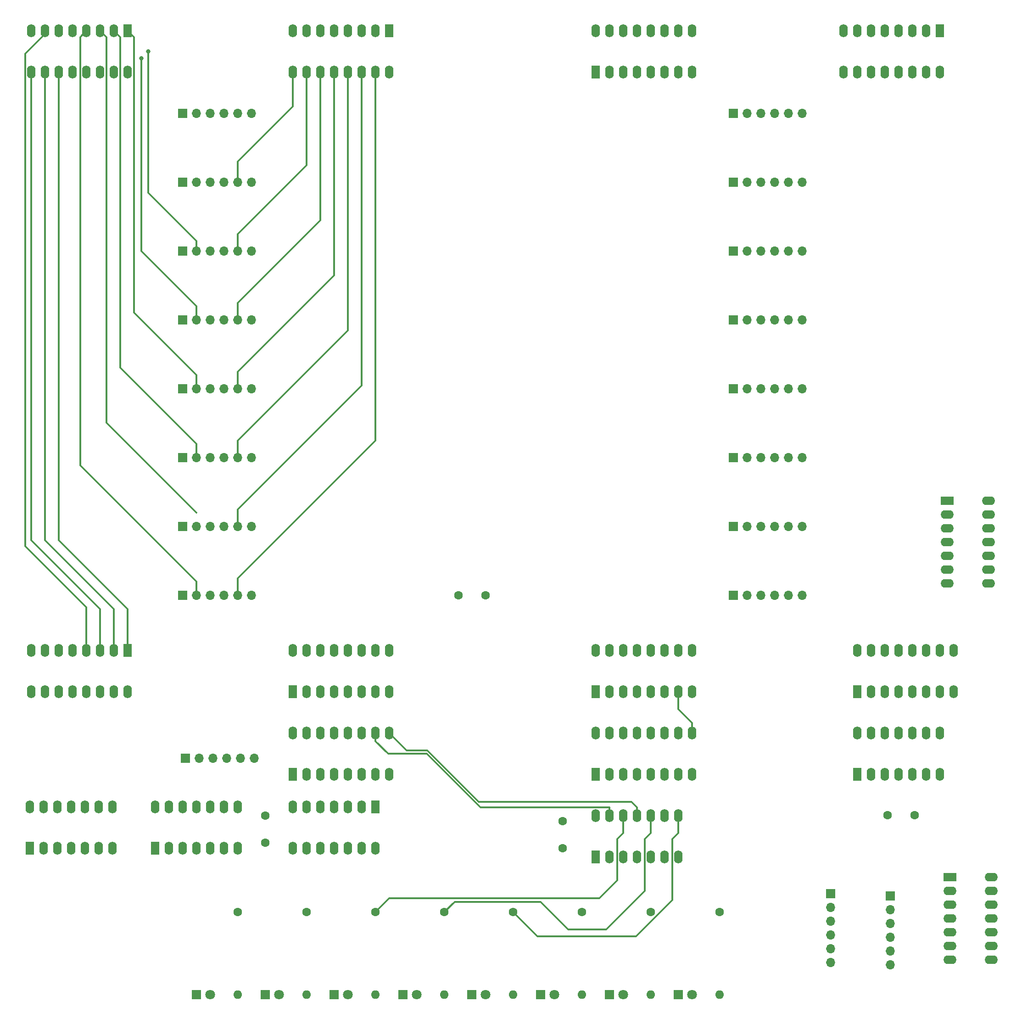
<source format=gbr>
G04 #@! TF.GenerationSoftware,KiCad,Pcbnew,(5.1.9-0-10_14)*
G04 #@! TF.CreationDate,2021-05-26T15:55:07+10:00*
G04 #@! TF.ProjectId,multiplexer,6d756c74-6970-46c6-9578-65722e6b6963,rev?*
G04 #@! TF.SameCoordinates,Original*
G04 #@! TF.FileFunction,Copper,L1,Top*
G04 #@! TF.FilePolarity,Positive*
%FSLAX46Y46*%
G04 Gerber Fmt 4.6, Leading zero omitted, Abs format (unit mm)*
G04 Created by KiCad (PCBNEW (5.1.9-0-10_14)) date 2021-05-26 15:55:07*
%MOMM*%
%LPD*%
G01*
G04 APERTURE LIST*
G04 #@! TA.AperFunction,ComponentPad*
%ADD10C,1.600000*%
G04 #@! TD*
G04 #@! TA.AperFunction,ComponentPad*
%ADD11O,1.600000X2.400000*%
G04 #@! TD*
G04 #@! TA.AperFunction,ComponentPad*
%ADD12R,1.600000X2.400000*%
G04 #@! TD*
G04 #@! TA.AperFunction,ComponentPad*
%ADD13C,1.800000*%
G04 #@! TD*
G04 #@! TA.AperFunction,ComponentPad*
%ADD14R,1.800000X1.800000*%
G04 #@! TD*
G04 #@! TA.AperFunction,ComponentPad*
%ADD15R,1.700000X1.700000*%
G04 #@! TD*
G04 #@! TA.AperFunction,ComponentPad*
%ADD16O,1.700000X1.700000*%
G04 #@! TD*
G04 #@! TA.AperFunction,ComponentPad*
%ADD17O,1.600000X1.600000*%
G04 #@! TD*
G04 #@! TA.AperFunction,ComponentPad*
%ADD18R,2.400000X1.600000*%
G04 #@! TD*
G04 #@! TA.AperFunction,ComponentPad*
%ADD19O,2.400000X1.600000*%
G04 #@! TD*
G04 #@! TA.AperFunction,ViaPad*
%ADD20C,0.800000*%
G04 #@! TD*
G04 #@! TA.AperFunction,Conductor*
%ADD21C,0.304800*%
G04 #@! TD*
G04 APERTURE END LIST*
D10*
X257000000Y-167500000D03*
X262000000Y-167500000D03*
D11*
X165100000Y-30480000D03*
X147320000Y-22860000D03*
X162560000Y-30480000D03*
X149860000Y-22860000D03*
X160020000Y-30480000D03*
X152400000Y-22860000D03*
X157480000Y-30480000D03*
X154940000Y-22860000D03*
X154940000Y-30480000D03*
X157480000Y-22860000D03*
X152400000Y-30480000D03*
X160020000Y-22860000D03*
X149860000Y-30480000D03*
X162560000Y-22860000D03*
X147320000Y-30480000D03*
D12*
X165100000Y-22860000D03*
X116840000Y-22860000D03*
D11*
X99060000Y-30480000D03*
X114300000Y-22860000D03*
X101600000Y-30480000D03*
X111760000Y-22860000D03*
X104140000Y-30480000D03*
X109220000Y-22860000D03*
X106680000Y-30480000D03*
X106680000Y-22860000D03*
X109220000Y-30480000D03*
X104140000Y-22860000D03*
X111760000Y-30480000D03*
X101600000Y-22860000D03*
X114300000Y-30480000D03*
X99060000Y-22860000D03*
X116840000Y-30480000D03*
D10*
X177880000Y-127000000D03*
X182880000Y-127000000D03*
X142240000Y-167640000D03*
X142240000Y-172640000D03*
X197104000Y-173656000D03*
X197104000Y-168656000D03*
D13*
X220980000Y-200660000D03*
D14*
X218440000Y-200660000D03*
X205740000Y-200660000D03*
D13*
X208280000Y-200660000D03*
X195580000Y-200660000D03*
D14*
X193040000Y-200660000D03*
X180340000Y-200660000D03*
D13*
X182880000Y-200660000D03*
X170180000Y-200660000D03*
D14*
X167640000Y-200660000D03*
X154940000Y-200660000D03*
D13*
X157480000Y-200660000D03*
X144780000Y-200660000D03*
D14*
X142240000Y-200660000D03*
X129540000Y-200660000D03*
D13*
X132080000Y-200660000D03*
D15*
X127500000Y-157000000D03*
D16*
X130040000Y-157000000D03*
X132580000Y-157000000D03*
X135120000Y-157000000D03*
X137660000Y-157000000D03*
X140200000Y-157000000D03*
X246500000Y-194700000D03*
X246500000Y-192160000D03*
X246500000Y-189620000D03*
X246500000Y-187080000D03*
X246500000Y-184540000D03*
D15*
X246500000Y-182000000D03*
X257500000Y-182420000D03*
D16*
X257500000Y-184960000D03*
X257500000Y-187500000D03*
X257500000Y-190040000D03*
X257500000Y-192580000D03*
X257500000Y-195120000D03*
D15*
X127000000Y-127000000D03*
D16*
X129540000Y-127000000D03*
X132080000Y-127000000D03*
X134620000Y-127000000D03*
X137160000Y-127000000D03*
X139700000Y-127000000D03*
D15*
X127000000Y-114300000D03*
D16*
X129540000Y-114300000D03*
X132080000Y-114300000D03*
X134620000Y-114300000D03*
X137160000Y-114300000D03*
X139700000Y-114300000D03*
D15*
X127000000Y-101600000D03*
D16*
X129540000Y-101600000D03*
X132080000Y-101600000D03*
X134620000Y-101600000D03*
X137160000Y-101600000D03*
X139700000Y-101600000D03*
D15*
X127000000Y-88900000D03*
D16*
X129540000Y-88900000D03*
X132080000Y-88900000D03*
X134620000Y-88900000D03*
X137160000Y-88900000D03*
X139700000Y-88900000D03*
X139700000Y-76200000D03*
X137160000Y-76200000D03*
X134620000Y-76200000D03*
X132080000Y-76200000D03*
X129540000Y-76200000D03*
D15*
X127000000Y-76200000D03*
D16*
X139700000Y-63500000D03*
X137160000Y-63500000D03*
X134620000Y-63500000D03*
X132080000Y-63500000D03*
X129540000Y-63500000D03*
D15*
X127000000Y-63500000D03*
D16*
X139700000Y-50800000D03*
X137160000Y-50800000D03*
X134620000Y-50800000D03*
X132080000Y-50800000D03*
X129540000Y-50800000D03*
D15*
X127000000Y-50800000D03*
D16*
X139700000Y-38100000D03*
X137160000Y-38100000D03*
X134620000Y-38100000D03*
X132080000Y-38100000D03*
X129540000Y-38100000D03*
D15*
X127000000Y-38100000D03*
X228600000Y-127000000D03*
D16*
X231140000Y-127000000D03*
X233680000Y-127000000D03*
X236220000Y-127000000D03*
X238760000Y-127000000D03*
X241300000Y-127000000D03*
D15*
X228600000Y-114300000D03*
D16*
X231140000Y-114300000D03*
X233680000Y-114300000D03*
X236220000Y-114300000D03*
X238760000Y-114300000D03*
X241300000Y-114300000D03*
D15*
X228600000Y-101600000D03*
D16*
X231140000Y-101600000D03*
X233680000Y-101600000D03*
X236220000Y-101600000D03*
X238760000Y-101600000D03*
X241300000Y-101600000D03*
D15*
X228600000Y-88900000D03*
D16*
X231140000Y-88900000D03*
X233680000Y-88900000D03*
X236220000Y-88900000D03*
X238760000Y-88900000D03*
X241300000Y-88900000D03*
X241300000Y-76200000D03*
X238760000Y-76200000D03*
X236220000Y-76200000D03*
X233680000Y-76200000D03*
X231140000Y-76200000D03*
D15*
X228600000Y-76200000D03*
D16*
X241300000Y-63500000D03*
X238760000Y-63500000D03*
X236220000Y-63500000D03*
X233680000Y-63500000D03*
X231140000Y-63500000D03*
D15*
X228600000Y-63500000D03*
D16*
X241300000Y-50800000D03*
X238760000Y-50800000D03*
X236220000Y-50800000D03*
X233680000Y-50800000D03*
X231140000Y-50800000D03*
D15*
X228600000Y-50800000D03*
D16*
X241300000Y-38100000D03*
X238760000Y-38100000D03*
X236220000Y-38100000D03*
X233680000Y-38100000D03*
X231140000Y-38100000D03*
D15*
X228600000Y-38100000D03*
D17*
X226060000Y-200660000D03*
D10*
X226060000Y-185420000D03*
X213360000Y-185420000D03*
D17*
X213360000Y-200660000D03*
X200660000Y-200660000D03*
D10*
X200660000Y-185420000D03*
X187960000Y-185420000D03*
D17*
X187960000Y-200660000D03*
X175260000Y-200660000D03*
D10*
X175260000Y-185420000D03*
X162560000Y-185420000D03*
D17*
X162560000Y-200660000D03*
X149860000Y-200660000D03*
D10*
X149860000Y-185420000D03*
X137160000Y-185420000D03*
D17*
X137160000Y-200660000D03*
D11*
X121920000Y-166000000D03*
X137160000Y-173620000D03*
X124460000Y-166000000D03*
X134620000Y-173620000D03*
X127000000Y-166000000D03*
X132080000Y-173620000D03*
X129540000Y-166000000D03*
X129540000Y-173620000D03*
X132080000Y-166000000D03*
X127000000Y-173620000D03*
X134620000Y-166000000D03*
X124460000Y-173620000D03*
X137160000Y-166000000D03*
D12*
X121920000Y-173620000D03*
D11*
X251460000Y-152400000D03*
X266700000Y-160020000D03*
X254000000Y-152400000D03*
X264160000Y-160020000D03*
X256540000Y-152400000D03*
X261620000Y-160020000D03*
X259080000Y-152400000D03*
X259080000Y-160020000D03*
X261620000Y-152400000D03*
X256540000Y-160020000D03*
X264160000Y-152400000D03*
X254000000Y-160020000D03*
X266700000Y-152400000D03*
D12*
X251460000Y-160020000D03*
X98760000Y-173620000D03*
D11*
X114000000Y-166000000D03*
X101300000Y-173620000D03*
X111460000Y-166000000D03*
X103840000Y-173620000D03*
X108920000Y-166000000D03*
X106380000Y-173620000D03*
X106380000Y-166000000D03*
X108920000Y-173620000D03*
X103840000Y-166000000D03*
X111460000Y-173620000D03*
X101300000Y-166000000D03*
X114000000Y-173620000D03*
X98760000Y-166000000D03*
D12*
X203200000Y-175260000D03*
D11*
X218440000Y-167640000D03*
X205740000Y-175260000D03*
X215900000Y-167640000D03*
X208280000Y-175260000D03*
X213360000Y-167640000D03*
X210820000Y-175260000D03*
X210820000Y-167640000D03*
X213360000Y-175260000D03*
X208280000Y-167640000D03*
X215900000Y-175260000D03*
X205740000Y-167640000D03*
X218440000Y-175260000D03*
X203200000Y-167640000D03*
D12*
X162500000Y-166000000D03*
D11*
X147260000Y-173620000D03*
X159960000Y-166000000D03*
X149800000Y-173620000D03*
X157420000Y-166000000D03*
X152340000Y-173620000D03*
X154880000Y-166000000D03*
X154880000Y-173620000D03*
X152340000Y-166000000D03*
X157420000Y-173620000D03*
X149800000Y-166000000D03*
X159960000Y-173620000D03*
X147260000Y-166000000D03*
X162500000Y-173620000D03*
D12*
X147320000Y-160020000D03*
D11*
X165100000Y-152400000D03*
X149860000Y-160020000D03*
X162560000Y-152400000D03*
X152400000Y-160020000D03*
X160020000Y-152400000D03*
X154940000Y-160020000D03*
X157480000Y-152400000D03*
X157480000Y-160020000D03*
X154940000Y-152400000D03*
X160020000Y-160020000D03*
X152400000Y-152400000D03*
X162560000Y-160020000D03*
X149860000Y-152400000D03*
X165100000Y-160020000D03*
X147320000Y-152400000D03*
X203200000Y-152400000D03*
X220980000Y-160020000D03*
X205740000Y-152400000D03*
X218440000Y-160020000D03*
X208280000Y-152400000D03*
X215900000Y-160020000D03*
X210820000Y-152400000D03*
X213360000Y-160020000D03*
X213360000Y-152400000D03*
X210820000Y-160020000D03*
X215900000Y-152400000D03*
X208280000Y-160020000D03*
X218440000Y-152400000D03*
X205740000Y-160020000D03*
X220980000Y-152400000D03*
D12*
X203200000Y-160020000D03*
D11*
X147320000Y-137160000D03*
X165100000Y-144780000D03*
X149860000Y-137160000D03*
X162560000Y-144780000D03*
X152400000Y-137160000D03*
X160020000Y-144780000D03*
X154940000Y-137160000D03*
X157480000Y-144780000D03*
X157480000Y-137160000D03*
X154940000Y-144780000D03*
X160020000Y-137160000D03*
X152400000Y-144780000D03*
X162560000Y-137160000D03*
X149860000Y-144780000D03*
X165100000Y-137160000D03*
D12*
X147320000Y-144780000D03*
X116840000Y-137160000D03*
D11*
X99060000Y-144780000D03*
X114300000Y-137160000D03*
X101600000Y-144780000D03*
X111760000Y-137160000D03*
X104140000Y-144780000D03*
X109220000Y-137160000D03*
X106680000Y-144780000D03*
X106680000Y-137160000D03*
X109220000Y-144780000D03*
X104140000Y-137160000D03*
X111760000Y-144780000D03*
X101600000Y-137160000D03*
X114300000Y-144780000D03*
X99060000Y-137160000D03*
X116840000Y-144780000D03*
X203200000Y-137160000D03*
X220980000Y-144780000D03*
X205740000Y-137160000D03*
X218440000Y-144780000D03*
X208280000Y-137160000D03*
X215900000Y-144780000D03*
X210820000Y-137160000D03*
X213360000Y-144780000D03*
X213360000Y-137160000D03*
X210820000Y-144780000D03*
X215900000Y-137160000D03*
X208280000Y-144780000D03*
X218440000Y-137160000D03*
X205740000Y-144780000D03*
X220980000Y-137160000D03*
D12*
X203200000Y-144780000D03*
X251460000Y-144780000D03*
D11*
X269240000Y-137160000D03*
X254000000Y-144780000D03*
X266700000Y-137160000D03*
X256540000Y-144780000D03*
X264160000Y-137160000D03*
X259080000Y-144780000D03*
X261620000Y-137160000D03*
X261620000Y-144780000D03*
X259080000Y-137160000D03*
X264160000Y-144780000D03*
X256540000Y-137160000D03*
X266700000Y-144780000D03*
X254000000Y-137160000D03*
X269240000Y-144780000D03*
X251460000Y-137160000D03*
X203200000Y-22860000D03*
X220980000Y-30480000D03*
X205740000Y-22860000D03*
X218440000Y-30480000D03*
X208280000Y-22860000D03*
X215900000Y-30480000D03*
X210820000Y-22860000D03*
X213360000Y-30480000D03*
X213360000Y-22860000D03*
X210820000Y-30480000D03*
X215900000Y-22860000D03*
X208280000Y-30480000D03*
X218440000Y-22860000D03*
X205740000Y-30480000D03*
X220980000Y-22860000D03*
D12*
X203200000Y-30480000D03*
X266700000Y-22860000D03*
D11*
X248920000Y-30480000D03*
X264160000Y-22860000D03*
X251460000Y-30480000D03*
X261620000Y-22860000D03*
X254000000Y-30480000D03*
X259080000Y-22860000D03*
X256540000Y-30480000D03*
X256540000Y-22860000D03*
X259080000Y-30480000D03*
X254000000Y-22860000D03*
X261620000Y-30480000D03*
X251460000Y-22860000D03*
X264160000Y-30480000D03*
X248920000Y-22860000D03*
X266700000Y-30480000D03*
D18*
X268000000Y-109500000D03*
D19*
X275620000Y-124740000D03*
X268000000Y-112040000D03*
X275620000Y-122200000D03*
X268000000Y-114580000D03*
X275620000Y-119660000D03*
X268000000Y-117120000D03*
X275620000Y-117120000D03*
X268000000Y-119660000D03*
X275620000Y-114580000D03*
X268000000Y-122200000D03*
X275620000Y-112040000D03*
X268000000Y-124740000D03*
X275620000Y-109500000D03*
X276120000Y-179000000D03*
X268500000Y-194240000D03*
X276120000Y-181540000D03*
X268500000Y-191700000D03*
X276120000Y-184080000D03*
X268500000Y-189160000D03*
X276120000Y-186620000D03*
X268500000Y-186620000D03*
X276120000Y-189160000D03*
X268500000Y-184080000D03*
X276120000Y-191700000D03*
X268500000Y-181540000D03*
X276120000Y-194240000D03*
D18*
X268500000Y-179000000D03*
D20*
X120650000Y-26670000D03*
X119380000Y-27940000D03*
D21*
X104140000Y-30480000D02*
X104140000Y-116840000D01*
X104140000Y-116840000D02*
X116840000Y-129540000D01*
X116840000Y-129540000D02*
X116840000Y-137160000D01*
X101600000Y-116840000D02*
X114300000Y-129540000D01*
X101600000Y-30480000D02*
X101600000Y-116840000D01*
X114300000Y-129540000D02*
X114300000Y-137160000D01*
X205740000Y-167640000D02*
X205740000Y-166135200D01*
X205692390Y-166087590D02*
X181883680Y-166087590D01*
X205740000Y-166135200D02*
X205692390Y-166087590D01*
X162560000Y-153904800D02*
X162560000Y-152400000D01*
X181883680Y-166087590D02*
X172006090Y-156210000D01*
X172006090Y-156210000D02*
X164865200Y-156210000D01*
X164865200Y-156210000D02*
X162560000Y-153904800D01*
X99060000Y-116840000D02*
X111760000Y-129540000D01*
X111760000Y-137160000D02*
X111760000Y-129540000D01*
X99060000Y-30480000D02*
X99060000Y-116840000D01*
X162560000Y-185420000D02*
X165100000Y-182880000D01*
X165100000Y-182880000D02*
X203835000Y-182880000D01*
X207127590Y-179587410D02*
X207127590Y-171967410D01*
X203835000Y-182880000D02*
X207127590Y-179587410D01*
X208280000Y-170815000D02*
X208280000Y-167640000D01*
X207127590Y-171967410D02*
X208280000Y-170815000D01*
X210820000Y-166135200D02*
X209784800Y-165100000D01*
X210820000Y-167640000D02*
X210820000Y-166135200D01*
X209784800Y-165100000D02*
X181610000Y-165100000D01*
X181610000Y-165100000D02*
X172085000Y-155575000D01*
X168275000Y-155575000D02*
X165100000Y-152400000D01*
X172085000Y-155575000D02*
X168275000Y-155575000D01*
X101600000Y-22860000D02*
X101600000Y-23400000D01*
X97907590Y-27092410D02*
X97907590Y-117907590D01*
X101600000Y-23400000D02*
X97907590Y-27092410D01*
X109220000Y-129220000D02*
X109220000Y-137160000D01*
X97907590Y-117907590D02*
X109220000Y-129220000D01*
X175260000Y-185420000D02*
X177165000Y-183515000D01*
X177165000Y-183515000D02*
X193040000Y-183515000D01*
X193040000Y-183515000D02*
X198120000Y-188595000D01*
X198120000Y-188595000D02*
X205105000Y-188595000D01*
X212207590Y-181492410D02*
X212207590Y-171967410D01*
X205105000Y-188595000D02*
X212207590Y-181492410D01*
X213360000Y-170815000D02*
X213360000Y-167640000D01*
X212207590Y-171967410D02*
X213360000Y-170815000D01*
X220980000Y-152400000D02*
X220980000Y-150495000D01*
X218440000Y-147955000D02*
X218440000Y-144780000D01*
X220980000Y-150495000D02*
X218440000Y-147955000D01*
X187960000Y-185420000D02*
X192405000Y-189865000D01*
X217287590Y-183197964D02*
X217287590Y-171967410D01*
X210620554Y-189865000D02*
X217287590Y-183197964D01*
X192405000Y-189865000D02*
X210620554Y-189865000D01*
X218440000Y-170815000D02*
X218440000Y-167640000D01*
X217287590Y-171967410D02*
X218440000Y-170815000D01*
X117992410Y-24012410D02*
X117992410Y-74812410D01*
X116840000Y-22860000D02*
X117992410Y-24012410D01*
X129540000Y-86360000D02*
X129540000Y-88900000D01*
X117992410Y-74812410D02*
X129540000Y-86360000D01*
X115452410Y-24012410D02*
X115452410Y-84972410D01*
X114300000Y-22860000D02*
X115452410Y-24012410D01*
X129540000Y-99060000D02*
X129540000Y-101600000D01*
X115452410Y-84972410D02*
X129540000Y-99060000D01*
X112912410Y-24012410D02*
X112912410Y-95132410D01*
X111760000Y-22860000D02*
X112912410Y-24012410D01*
X112912410Y-95132410D02*
X129540000Y-111760000D01*
X108067590Y-24012410D02*
X108067590Y-102987590D01*
X129540000Y-124460000D02*
X129540000Y-126239554D01*
X109220000Y-22860000D02*
X108067590Y-24012410D01*
X108067590Y-102987590D02*
X129540000Y-124460000D01*
X120650000Y-52705000D02*
X129540000Y-61595000D01*
X129540000Y-61595000D02*
X129540000Y-63500000D01*
X120650000Y-26670000D02*
X120650000Y-52705000D01*
X119380000Y-27940000D02*
X119380000Y-63500000D01*
X119380000Y-63500000D02*
X129540000Y-73660000D01*
X129540000Y-73660000D02*
X129540000Y-76200000D01*
X162560000Y-30480000D02*
X162560000Y-98425000D01*
X137160000Y-123825000D02*
X137160000Y-127000000D01*
X162560000Y-98425000D02*
X137160000Y-123825000D01*
X160020000Y-30480000D02*
X160020000Y-88265000D01*
X137160000Y-111125000D02*
X137160000Y-114300000D01*
X160020000Y-88265000D02*
X137160000Y-111125000D01*
X157480000Y-30480000D02*
X157480000Y-78105000D01*
X137160000Y-98425000D02*
X137160000Y-101600000D01*
X157480000Y-78105000D02*
X137160000Y-98425000D01*
X154940000Y-30480000D02*
X154940000Y-67945000D01*
X137160000Y-85725000D02*
X137160000Y-88900000D01*
X154940000Y-67945000D02*
X137160000Y-85725000D01*
X152400000Y-30480000D02*
X152400000Y-57785000D01*
X137160000Y-73025000D02*
X137160000Y-76200000D01*
X152400000Y-57785000D02*
X137160000Y-73025000D01*
X149860000Y-30480000D02*
X149860000Y-47625000D01*
X137160000Y-60325000D02*
X137160000Y-63500000D01*
X149860000Y-47625000D02*
X137160000Y-60325000D01*
X147320000Y-30480000D02*
X147320000Y-36830000D01*
X137160000Y-46990000D02*
X137160000Y-50800000D01*
X147320000Y-36830000D02*
X137160000Y-46990000D01*
M02*

</source>
